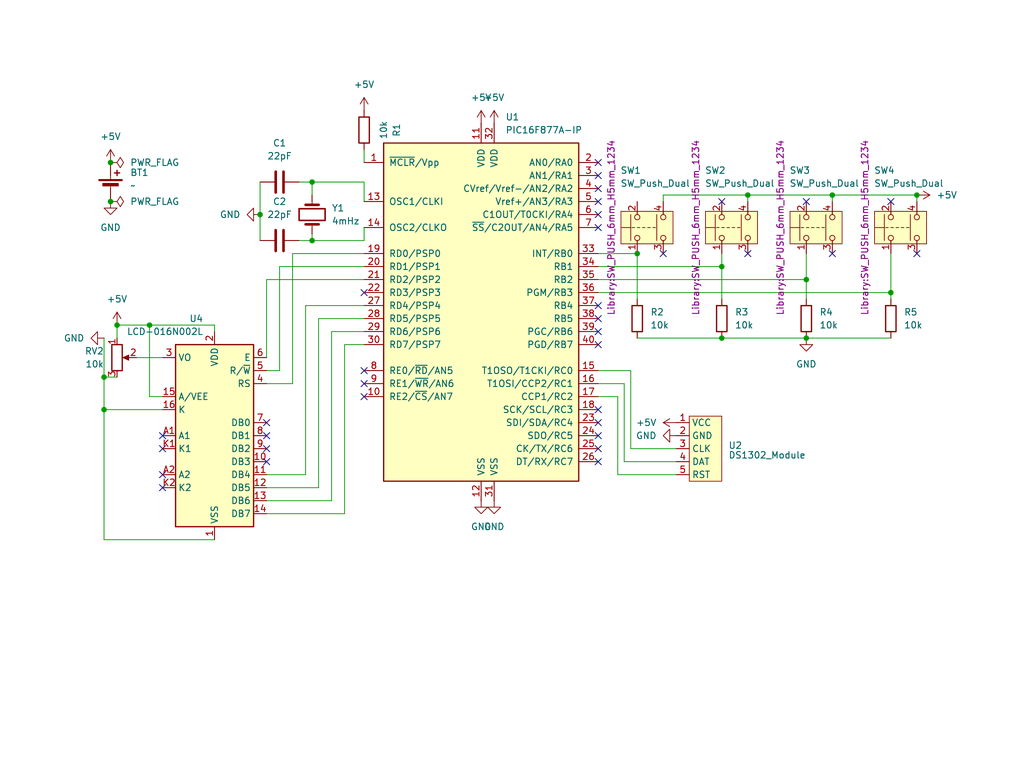
<source format=kicad_sch>
(kicad_sch (version 20250114) (generator "eeschema") (generator_version "9.0")
  (paper "User" 200 150)
  (lib_symbols
    (symbol "Device:Battery_Cell" (pin_numbers (hide yes)) (pin_names (offset 0) (hide yes))
      (property "Reference" "BT" (at 2.54 2.54 0))
      (property "Value" "Battery_Cell" (at 2.54 0 0))
      (symbol "Battery_Cell_0_1"
        (rectangle (start -2.286 1.778) (end 2.286 1.524) (fill (type outline)))
        (rectangle (start -1.524 1.016) (end 1.524 0.508) (fill (type outline)))
        (polyline (pts (xy 0 1.778) (xy 0 2.54)))
        (polyline (pts (xy 0 0.762) (xy 0 0)))
        (polyline (pts (xy 0.762 3.048) (xy 1.778 3.048)) (stroke (width 0.254)))
        (polyline (pts (xy 1.27 3.556) (xy 1.27 2.54)) (stroke (width 0.254)))
      )
      (symbol "Battery_Cell_1_1"
        (pin passive line (at 0 5.08 270) (length 2.54) (name "+") (number "1"))
        (pin passive line (at 0 -2.54 90) (length 2.54) (name "-") (number "2"))
      )
    )
    (symbol "Device:C" (pin_numbers (hide yes)) (pin_names (offset 0.254))
      (property "Reference" "C" (at 0.635 2.54 0))
      (property "Value" "C" (at 0.635 -2.54 0))
      (symbol "C_0_1"
        (polyline (pts (xy -2.032 0.762) (xy 2.032 0.762)) (stroke (width 0.508)))
        (polyline (pts (xy -2.032 -0.762) (xy 2.032 -0.762)) (stroke (width 0.508)))
      )
      (symbol "C_1_1"
        (pin passive line (at 0 3.81 270) (length 2.794) (name "~") (number "1"))
        (pin passive line (at 0 -3.81 90) (length 2.794) (name "~") (number "2"))
      )
    )
    (symbol "Device:Crystal" (pin_numbers (hide yes)) (pin_names (offset 1.016) (hide yes))
      (property "Reference" "Y" (at 0 3.81 0))
      (property "Value" "Crystal" (at 0 -3.81 0))
      (symbol "Crystal_0_1"
        (polyline (pts (xy -2.54 0) (xy -1.905 0)))
        (polyline (pts (xy -1.905 -1.27) (xy -1.905 1.27)) (stroke (width 0.508)))
        (rectangle (start -1.143 2.54) (end 1.143 -2.54) (stroke (width 0.3048)))
        (polyline (pts (xy 1.905 -1.27) (xy 1.905 1.27)) (stroke (width 0.508)))
        (polyline (pts (xy 2.54 0) (xy 1.905 0)))
      )
      (symbol "Crystal_1_1"
        (pin passive line (at -3.81 0 0) (length 1.27) (name "1") (number "1"))
        (pin passive line (at 3.81 0 180) (length 1.27) (name "2") (number "2"))
      )
    )
    (symbol "Device:R" (pin_numbers (hide yes)) (pin_names (offset 0))
      (property "Reference" "R" (at 2.032 0 90))
      (property "Value" "R" (at 0 0 90))
      (symbol "R_0_1"
        (rectangle (start -1.016 -2.54) (end 1.016 2.54) (stroke (width 0.254)))
      )
      (symbol "R_1_1"
        (pin passive line (at 0 3.81 270) (length 1.27) (name "~") (number "1"))
        (pin passive line (at 0 -3.81 90) (length 1.27) (name "~") (number "2"))
      )
    )
    (symbol "Device:R_Potentiometer" (pin_names (offset 1.016) (hide yes))
      (property "Reference" "RV" (at -4.445 0 90))
      (property "Value" "R_Potentiometer" (at -2.54 0 90))
      (symbol "R_Potentiometer_0_1"
        (rectangle (start 1.016 2.54) (end -1.016 -2.54) (stroke (width 0.254)))
        (polyline (pts (xy 1.143 0) (xy 2.286 0.508) (xy 2.286 -0.508) (xy 1.143 0)) (fill (type outline)))
        (polyline (pts (xy 2.54 0) (xy 1.524 0)))
      )
      (symbol "R_Potentiometer_1_1"
        (pin passive line (at 0 3.81 270) (length 1.27) (name "1") (number "1"))
        (pin passive line (at 0 -3.81 90) (length 1.27) (name "3") (number "3"))
        (pin passive line (at 3.81 0 180) (length 1.27) (name "2") (number "2"))
      )
    )
    (symbol "Display_Character:LCD-016N002L"
      (property "Reference" "U" (at -6.35 18.796 0))
      (property "Value" "LCD-016N002L" (at 8.636 18.796 0))
      (symbol "LCD-016N002L_1_1"
        (rectangle (start -7.62 17.78) (end 7.62 -17.78) (stroke (width 0.254)) (fill (type background)))
        (pin input line (at -10.16 15.24 0) (length 2.54) (name "E") (number "6"))
        (pin input line (at -10.16 12.7 0) (length 2.54) (name "R/~{W}") (number "5"))
        (pin input line (at -10.16 10.16 0) (length 2.54) (name "RS") (number "4"))
        (pin bidirectional line (at -10.16 2.54 0) (length 2.54) (name "DB0") (number "7"))
        (pin bidirectional line (at -10.16 0 0) (length 2.54) (name "DB1") (number "8"))
        (pin bidirectional line (at -10.16 -2.54 0) (length 2.54) (name "DB2") (number "9"))
        (pin bidirectional line (at -10.16 -5.08 0) (length 2.54) (name "DB3") (number "10"))
        (pin bidirectional line (at -10.16 -7.62 0) (length 2.54) (name "DB4") (number "11"))
        (pin bidirectional line (at -10.16 -10.16 0) (length 2.54) (name "DB5") (number "12"))
        (pin bidirectional line (at -10.16 -12.7 0) (length 2.54) (name "DB6") (number "13"))
        (pin bidirectional line (at -10.16 -15.24 0) (length 2.54) (name "DB7") (number "14"))
        (pin power_in line (at 0 20.32 270) (length 2.54) (name "VDD") (number "2"))
        (pin power_in line (at 0 -20.32 90) (length 2.54) (name "VSS") (number "1"))
        (pin input line (at 10.16 15.24 180) (length 2.54) (name "VO") (number "3"))
        (pin power_in line (at 10.16 7.62 180) (length 2.54) (name "A/VEE") (number "15"))
        (pin power_in line (at 10.16 5.08 180) (length 2.54) (name "K") (number "16"))
        (pin power_in line (at 10.16 0 180) (length 2.54) (name "A1") (number "A1"))
        (pin power_in line (at 10.16 -2.54 180) (length 2.54) (name "K1") (number "K1"))
        (pin power_in line (at 10.16 -7.62 180) (length 2.54) (name "A2") (number "A2"))
        (pin power_in line (at 10.16 -10.16 180) (length 2.54) (name "K2") (number "K2"))
      )
    )
    (symbol "MCU_Microchip_PIC16:PIC16F877A-IP" (pin_names (offset 1.016))
      (property "Reference" "U" (at 5.08 35.56 0))
      (property "Value" "PIC16F877A-IP" (at 5.08 33.02 0))
      (symbol "PIC16F877A-IP_0_1"
        (rectangle (start -19.05 31.75) (end 19.05 -34.29) (stroke (width 0.254)) (fill (type background)))
      )
      (symbol "PIC16F877A-IP_1_1"
        (pin input line (at -22.86 27.94 0) (length 3.81) (name "~{MCLR}/Vpp") (number "1"))
        (pin input line (at -22.86 20.32 0) (length 3.81) (name "OSC1/CLKI") (number "13"))
        (pin output line (at -22.86 15.24 0) (length 3.81) (name "OSC2/CLKO") (number "14"))
        (pin bidirectional line (at -22.86 10.16 0) (length 3.81) (name "RD0/PSP0") (number "19"))
        (pin bidirectional line (at -22.86 7.62 0) (length 3.81) (name "RD1/PSP1") (number "20"))
        (pin bidirectional line (at -22.86 5.08 0) (length 3.81) (name "RD2/PSP2") (number "21"))
        (pin bidirectional line (at -22.86 2.54 0) (length 3.81) (name "RD3/PSP3") (number "22"))
        (pin bidirectional line (at -22.86 0 0) (length 3.81) (name "RD4/PSP4") (number "27"))
        (pin bidirectional line (at -22.86 -2.54 0) (length 3.81) (name "RD5/PSP5") (number "28"))
        (pin bidirectional line (at -22.86 -5.08 0) (length 3.81) (name "RD6/PSP6") (number "29"))
        (pin bidirectional line (at -22.86 -7.62 0) (length 3.81) (name "RD7/PSP7") (number "30"))
        (pin bidirectional line (at -22.86 -12.7 0) (length 3.81) (name "RE0/~{RD}/AN5") (number "8"))
        (pin bidirectional line (at -22.86 -15.24 0) (length 3.81) (name "RE1/~{WR}/AN6") (number "9"))
        (pin bidirectional line (at -22.86 -17.78 0) (length 3.81) (name "RE2/~{CS}/AN7") (number "10"))
        (pin power_in line (at 0 35.56 270) (length 3.81) (name "VDD") (number "11"))
        (pin power_in line (at 0 -38.1 90) (length 3.81) (name "VSS") (number "12"))
        (pin power_in line (at 2.54 35.56 270) (length 3.81) (name "VDD") (number "32"))
        (pin power_in line (at 2.54 -38.1 90) (length 3.81) (name "VSS") (number "31"))
        (pin bidirectional line (at 22.86 27.94 180) (length 3.81) (name "AN0/RA0") (number "2"))
        (pin bidirectional line (at 22.86 25.4 180) (length 3.81) (name "AN1/RA1") (number "3"))
        (pin bidirectional line (at 22.86 22.86 180) (length 3.81) (name "CVref/Vref-/AN2/RA2") (number "4"))
        (pin bidirectional line (at 22.86 20.32 180) (length 3.81) (name "Vref+/AN3/RA3") (number "5"))
        (pin bidirectional line (at 22.86 17.78 180) (length 3.81) (name "C1OUT/T0CKI/RA4") (number "6"))
        (pin bidirectional line (at 22.86 15.24 180) (length 3.81) (name "~{SS}/C2OUT/AN4/RA5") (number "7"))
        (pin bidirectional line (at 22.86 10.16 180) (length 3.81) (name "INT/RB0") (number "33"))
        (pin bidirectional line (at 22.86 7.62 180) (length 3.81) (name "RB1") (number "34"))
        (pin bidirectional line (at 22.86 5.08 180) (length 3.81) (name "RB2") (number "35"))
        (pin bidirectional line (at 22.86 2.54 180) (length 3.81) (name "PGM/RB3") (number "36"))
        (pin bidirectional line (at 22.86 0 180) (length 3.81) (name "RB4") (number "37"))
        (pin bidirectional line (at 22.86 -2.54 180) (length 3.81) (name "RB5") (number "38"))
        (pin bidirectional line (at 22.86 -5.08 180) (length 3.81) (name "PGC/RB6") (number "39"))
        (pin bidirectional line (at 22.86 -7.62 180) (length 3.81) (name "PGD/RB7") (number "40"))
        (pin bidirectional line (at 22.86 -12.7 180) (length 3.81) (name "T1OSO/T1CKI/RC0") (number "15"))
        (pin bidirectional line (at 22.86 -15.24 180) (length 3.81) (name "T1OSI/CCP2/RC1") (number "16"))
        (pin bidirectional line (at 22.86 -17.78 180) (length 3.81) (name "CCP1/RC2") (number "17"))
        (pin bidirectional line (at 22.86 -20.32 180) (length 3.81) (name "SCK/SCL/RC3") (number "18"))
        (pin bidirectional line (at 22.86 -22.86 180) (length 3.81) (name "SDI/SDA/RC4") (number "23"))
        (pin bidirectional line (at 22.86 -25.4 180) (length 3.81) (name "SDO/RC5") (number "24"))
        (pin bidirectional line (at 22.86 -27.94 180) (length 3.81) (name "CK/TX/RC6") (number "25"))
        (pin bidirectional line (at 22.86 -30.48 180) (length 3.81) (name "DT/RX/RC7") (number "26"))
      )
    )
    (symbol "New_Library:DS1302_Module"
      (property "Reference" "U" (at 0 0 0))
      (symbol "DS1302_Module_1_1"
        (rectangle (start 2.54 6.35) (end 8.89 -6.35) (fill (type background)))
        (pin input line (at 0 5.08 0) (length 2.54) (name "VCC") (number "1"))
        (pin input line (at 0 2.54 0) (length 2.54) (name "GND") (number "2"))
        (pin input line (at 0 0 0) (length 2.54) (name "CLK") (number "3"))
        (pin input line (at 0 -2.54 0) (length 2.54) (name "DAT") (number "4"))
        (pin input line (at 0 -5.08 0) (length 2.54) (name "RST") (number "5"))
      )
    )
    (symbol "Switch:SW_Push_Dual" (pin_names (offset 1.016) (hide yes))
      (property "Reference" "SW" (at 0 7.62 0))
      (property "Value" "SW_Push_Dual" (at 0 -6.35 0))
      (symbol "SW_Push_Dual_0_1"
        (circle (center -2.032 2.54) (radius 0.508))
        (circle (center -2.032 -2.54) (radius 0.508))
        (polyline (pts (xy 0 3.81) (xy 0 5.588)))
        (polyline (pts (xy 0 3.048) (xy 0 3.556)))
        (polyline (pts (xy 0 2.032) (xy 0 2.54)))
        (polyline (pts (xy 0 1.016) (xy 0 1.524)))
        (polyline (pts (xy 0 0.508) (xy 0 0)))
        (polyline (pts (xy 0 -0.508) (xy 0 -1.016)))
        (circle (center 2.032 2.54) (radius 0.508))
        (circle (center 2.032 -2.54) (radius 0.508))
        (polyline (pts (xy 2.54 3.81) (xy -2.54 3.81)))
        (polyline (pts (xy 2.54 -1.27) (xy -2.54 -1.27)))
        (pin passive line (at -5.08 2.54 0) (length 2.54) (name "1") (number "1"))
        (pin passive line (at -5.08 -2.54 0) (length 2.54) (name "3") (number "3"))
        (pin passive line (at 5.08 2.54 180) (length 2.54) (name "2") (number "2"))
        (pin passive line (at 5.08 -2.54 180) (length 2.54) (name "4") (number "4"))
      )
      (symbol "SW_Push_Dual_1_1"
        (rectangle (start -3.175 5.715) (end 3.175 -4.445) (fill (type background)))
      )
    )
    (symbol "power:+5V" (power) (pin_numbers (hide yes)) (pin_names (offset 0) (hide yes))
      (property "Value" "+5V" (at 0 3.556 0))
      (symbol "+5V_0_1"
        (polyline (pts (xy -0.762 1.27) (xy 0 2.54)))
        (polyline (pts (xy 0 2.54) (xy 0.762 1.27)))
        (polyline (pts (xy 0 0) (xy 0 2.54)))
      )
      (symbol "+5V_1_1"
        (pin power_in line (at 0 0 90) (length 0) (name "~") (number "1"))
      )
    )
    (symbol "power:GND" (power) (pin_numbers (hide yes)) (pin_names (offset 0) (hide yes))
      (property "Value" "GND" (at 0 -3.81 0))
      (symbol "GND_0_1"
        (polyline (pts (xy 0 0) (xy 0 -1.27) (xy 1.27 -1.27) (xy 0 -2.54) (xy -1.27 -1.27) (xy 0 -1.27)))
      )
      (symbol "GND_1_1"
        (pin power_in line (at 0 0 270) (length 0) (name "~") (number "1"))
      )
    )
    (symbol "power:PWR_FLAG" (power) (pin_numbers (hide yes)) (pin_names (offset 0) (hide yes))
      (property "Value" "PWR_FLAG" (at 0 3.81 0))
      (symbol "PWR_FLAG_0_0"
        (pin power_out line (at 0 0 90) (length 0) (name "~") (number "1"))
      )
      (symbol "PWR_FLAG_0_1"
        (polyline (pts (xy 0 0) (xy 0 1.27) (xy -1.016 1.905) (xy 0 2.54) (xy 1.016 1.905) (xy 0 1.27)))
      )
    )
  )
  (junction (at 22.86 63.5))
  (junction (at 140.97 52.07))
  (junction (at 162.56 38.1))
  (junction (at 124.46 49.53))
  (junction (at 60.96 35.56))
  (junction (at 179.07 38.1))
  (junction (at 21.59 39.37))
  (junction (at 20.32 73.66))
  (junction (at 146.05 38.1))
  (junction (at 173.99 57.15))
  (junction (at 157.48 54.61))
  (junction (at 140.97 66.04))
  (junction (at 21.59 31.75))
  (junction (at 60.96 46.99))
  (junction (at 157.48 66.04))
  (junction (at 29.21 63.5))
  (junction (at 50.8 41.91))
  (junction (at 20.32 80.01))
  (no_connect (at 116.84 34.29))
  (no_connect (at 71.12 72.39))
  (no_connect (at 116.84 80.01))
  (no_connect (at 116.84 39.37))
  (no_connect (at 140.97 39.37))
  (no_connect (at 52.07 82.55))
  (no_connect (at 31.75 85.09))
  (no_connect (at 31.75 95.25))
  (no_connect (at 173.99 39.37))
  (no_connect (at 116.84 62.23))
  (no_connect (at 116.84 64.77))
  (no_connect (at 157.48 39.37))
  (no_connect (at 116.84 67.31))
  (no_connect (at 116.84 90.17))
  (no_connect (at 52.07 85.09))
  (no_connect (at 146.05 49.53))
  (no_connect (at 71.12 57.15))
  (no_connect (at 116.84 44.45))
  (no_connect (at 31.75 87.63))
  (no_connect (at 31.75 92.71))
  (no_connect (at 116.84 87.63))
  (no_connect (at 116.84 82.55))
  (no_connect (at 116.84 41.91))
  (no_connect (at 116.84 36.83))
  (no_connect (at 162.56 49.53))
  (no_connect (at 116.84 85.09))
  (no_connect (at 179.07 49.53))
  (no_connect (at 52.07 90.17))
  (no_connect (at 116.84 31.75))
  (no_connect (at 52.07 87.63))
  (no_connect (at 116.84 59.69))
  (no_connect (at 71.12 74.93))
  (no_connect (at 71.12 77.47))
  (no_connect (at 129.54 49.53))
  (wire (pts (xy 116.84 54.61) (xy 157.48 54.61)))
  (wire (pts (xy 140.97 49.53) (xy 140.97 52.07)))
  (wire (pts (xy 52.07 100.33) (xy 67.31 100.33)))
  (wire (pts (xy 54.61 52.07) (xy 54.61 72.39)))
  (wire (pts (xy 59.69 59.69) (xy 59.69 92.71)))
  (wire (pts (xy 120.65 92.71) (xy 120.65 77.47)))
  (wire (pts (xy 157.48 54.61) (xy 157.48 58.42)))
  (wire (pts (xy 54.61 72.39) (xy 52.07 72.39)))
  (wire (pts (xy 173.99 57.15) (xy 173.99 58.42)))
  (wire (pts (xy 124.46 49.53) (xy 124.46 58.42)))
  (wire (pts (xy 121.92 74.93) (xy 116.84 74.93)))
  (wire (pts (xy 132.08 90.17) (xy 121.92 90.17)))
  (wire (pts (xy 20.32 66.04) (xy 20.32 73.66)))
  (wire (pts (xy 71.12 46.99) (xy 71.12 44.45)))
  (wire (pts (xy 58.42 35.56) (xy 60.96 35.56)))
  (wire (pts (xy 132.08 92.71) (xy 120.65 92.71)))
  (wire (pts (xy 116.84 52.07) (xy 140.97 52.07)))
  (wire (pts (xy 62.23 62.23) (xy 62.23 95.25)))
  (wire (pts (xy 57.15 49.53) (xy 71.12 49.53)))
  (wire (pts (xy 116.84 49.53) (xy 124.46 49.53)))
  (wire (pts (xy 60.96 46.99) (xy 71.12 46.99)))
  (wire (pts (xy 29.21 63.5) (xy 29.21 77.47)))
  (wire (pts (xy 20.32 73.66) (xy 20.32 80.01)))
  (wire (pts (xy 129.54 38.1) (xy 129.54 39.37)))
  (wire (pts (xy 29.21 77.47) (xy 31.75 77.47)))
  (wire (pts (xy 162.56 38.1) (xy 162.56 39.37)))
  (wire (pts (xy 50.8 35.56) (xy 50.8 41.91)))
  (wire (pts (xy 132.08 87.63) (xy 123.19 87.63)))
  (wire (pts (xy 52.07 74.93) (xy 57.15 74.93)))
  (wire (pts (xy 146.05 38.1) (xy 162.56 38.1)))
  (wire (pts (xy 60.96 35.56) (xy 60.96 38.1)))
  (wire (pts (xy 62.23 62.23) (xy 71.12 62.23)))
  (wire (pts (xy 157.48 49.53) (xy 157.48 54.61)))
  (wire (pts (xy 59.69 59.69) (xy 71.12 59.69)))
  (wire (pts (xy 41.91 105.41) (xy 20.32 105.41)))
  (wire (pts (xy 129.54 38.1) (xy 146.05 38.1)))
  (wire (pts (xy 26.67 69.85) (xy 31.75 69.85)))
  (wire (pts (xy 50.8 41.91) (xy 50.8 46.99)))
  (wire (pts (xy 57.15 49.53) (xy 57.15 74.93)))
  (wire (pts (xy 54.61 52.07) (xy 71.12 52.07)))
  (wire (pts (xy 120.65 77.47) (xy 116.84 77.47)))
  (wire (pts (xy 22.86 63.5) (xy 22.86 66.04)))
  (wire (pts (xy 71.12 35.56) (xy 71.12 39.37)))
  (wire (pts (xy 20.32 80.01) (xy 31.75 80.01)))
  (wire (pts (xy 123.19 72.39) (xy 116.84 72.39)))
  (wire (pts (xy 22.86 63.5) (xy 29.21 63.5)))
  (wire (pts (xy 52.07 54.61) (xy 52.07 69.85)))
  (wire (pts (xy 140.97 66.04) (xy 157.48 66.04)))
  (wire (pts (xy 29.21 63.5) (xy 41.91 63.5)))
  (wire (pts (xy 71.12 35.56) (xy 60.96 35.56)))
  (wire (pts (xy 52.07 54.61) (xy 71.12 54.61)))
  (wire (pts (xy 52.07 97.79) (xy 64.77 97.79)))
  (wire (pts (xy 71.12 29.21) (xy 71.12 31.75)))
  (wire (pts (xy 60.96 45.72) (xy 60.96 46.99)))
  (wire (pts (xy 123.19 87.63) (xy 123.19 72.39)))
  (wire (pts (xy 67.31 67.31) (xy 71.12 67.31)))
  (wire (pts (xy 124.46 66.04) (xy 140.97 66.04)))
  (wire (pts (xy 173.99 49.53) (xy 173.99 57.15)))
  (wire (pts (xy 58.42 46.99) (xy 60.96 46.99)))
  (wire (pts (xy 179.07 38.1) (xy 179.07 39.37)))
  (wire (pts (xy 41.91 63.5) (xy 41.91 64.77)))
  (wire (pts (xy 157.48 66.04) (xy 173.99 66.04)))
  (wire (pts (xy 146.05 38.1) (xy 146.05 39.37)))
  (wire (pts (xy 64.77 64.77) (xy 71.12 64.77)))
  (wire (pts (xy 64.77 64.77) (xy 64.77 97.79)))
  (wire (pts (xy 20.32 73.66) (xy 22.86 73.66)))
  (wire (pts (xy 52.07 92.71) (xy 59.69 92.71)))
  (wire (pts (xy 116.84 57.15) (xy 173.99 57.15)))
  (wire (pts (xy 67.31 67.31) (xy 67.31 100.33)))
  (wire (pts (xy 121.92 90.17) (xy 121.92 74.93)))
  (wire (pts (xy 20.32 80.01) (xy 20.32 105.41)))
  (wire (pts (xy 52.07 95.25) (xy 62.23 95.25)))
  (wire (pts (xy 140.97 52.07) (xy 140.97 58.42)))
  (wire (pts (xy 162.56 38.1) (xy 179.07 38.1)))
  (symbol (lib_id "Device:C") (at 54.61 35.56 90) (unit 1)
    (property "Reference" "C1" (at 54.61 27.94 90))
    (property "Value" "22pF" (at 54.61 30.48 90))
    (property "Footprint" "Capacitor_THT:C_Disc_D3.0mm_W1.6mm_P2.50mm" (effects (hide yes)))
    (property "Description" "Unpolarized capacitor" (effects (hide yes)))
  )
  (symbol (lib_id "Device:R_Potentiometer") (at 22.86 69.85 0) (unit 1)
    (property "Reference" "RV2" (at 20.32 68.5799 0) (effects (justify right)))
    (property "Value" "10k" (at 20.32 71.1199 0) (effects (justify right)))
    (property "Footprint" "Potentiometer_THT:Potentiometer_Bourns_3386F_Vertical" (effects (hide yes)))
    (property "Description" "Potentiometer" (effects (hide yes)))
  )
  (symbol (lib_id "power:+5V") (at 71.12 21.59 0) (unit 1)
    (property "Reference" "#PWR02" (effects (hide yes)))
    (property "Value" "+5V" (at 71.12 16.51 0))
    (property "Description" "Power symbol creates a global label with name \"+5V\"" (effects (hide yes)))
  )
  (symbol (lib_id "power:+5V") (at 179.07 38.1 270) (unit 1)
    (property "Reference" "#PWR03" (effects (hide yes)))
    (property "Value" "+5V" (at 182.88 38.0999 90) (effects (justify left)))
    (property "Description" "Power symbol creates a global label with name \"+5V\"" (effects (hide yes)))
  )
  (symbol (lib_id "Device:R") (at 140.97 62.23 0) (unit 1)
    (property "Reference" "R3" (at 143.51 60.9599 0) (effects (justify left)))
    (property "Value" "10k" (at 143.51 63.4999 0) (effects (justify left)))
    (property "Footprint" "Resistor_THT:R_Axial_DIN0207_L6.3mm_D2.5mm_P10.16mm_Horizontal" (effects (hide yes)))
    (property "Description" "Resistor" (effects (hide yes)))
  )
  (symbol (lib_id "MCU_Microchip_PIC16:PIC16F877A-IP") (at 93.98 59.69 0) (unit 1)
    (property "Reference" "U1" (at 98.7141 22.86 0) (effects (justify left)))
    (property "Value" "PIC16F877A-IP" (at 98.7141 25.4 0) (effects (justify left)))
    (property "Footprint" "Package_DIP:DIP-40_W15.24mm" (effects (hide yes)))
    (property "Datasheet" "http://ww1.microchip.com/downloads/en/DeviceDoc/39582b.pdf" (effects (hide yes)))
    (property "Description" "8W Flash, 386B SRAM, 256B EEPROM, DIP40" (effects (hide yes)))
  )
  (symbol (lib_id "Device:C") (at 54.61 46.99 90) (unit 1)
    (property "Reference" "C2" (at 54.61 39.37 90))
    (property "Value" "22pF" (at 54.61 41.91 90))
    (property "Footprint" "Capacitor_THT:C_Disc_D3.0mm_W1.6mm_P2.50mm" (effects (hide yes)))
    (property "Description" "Unpolarized capacitor" (effects (hide yes)))
  )
  (symbol (lib_id "Device:R") (at 173.99 62.23 0) (unit 1)
    (property "Reference" "R5" (at 176.53 60.9599 0) (effects (justify left)))
    (property "Value" "10k" (at 176.53 63.4999 0) (effects (justify left)))
    (property "Footprint" "Resistor_THT:R_Axial_DIN0207_L6.3mm_D2.5mm_P10.16mm_Horizontal" (effects (hide yes)))
    (property "Description" "Resistor" (effects (hide yes)))
  )
  (symbol (lib_id "New_Library:DS1302_Module") (at 132.08 87.63 0) (unit 1)
    (property "Reference" "U2" (at 142.24 86.9949 0) (effects (justify left)))
    (property "Value" "DS1302_Module" (at 142.24 88.9 0) (effects (justify left)))
    (property "Footprint" "Library:ds1302" (effects (hide yes)))
  )
  (symbol (lib_id "power:GND") (at 21.59 39.37 0) (unit 1)
    (property "Reference" "#PWR012" (effects (hide yes)))
    (property "Value" "GND" (at 21.59 44.45 0))
    (property "Description" "Power symbol creates a global label with name \"GND\" , ground" (effects (hide yes)))
  )
  (symbol (lib_id "power:+5V") (at 132.08 82.55 90) (unit 1)
    (property "Reference" "#PWR07" (effects (hide yes)))
    (property "Value" "+5V" (at 128.27 82.5499 90) (effects (justify left)))
    (property "Description" "Power symbol creates a global label with name \"+5V\"" (effects (hide yes)))
  )
  (symbol (lib_id "Device:R") (at 124.46 62.23 0) (unit 1)
    (property "Reference" "R2" (at 127 60.9599 0) (effects (justify left)))
    (property "Value" "10k" (at 127 63.4999 0) (effects (justify left)))
    (property "Footprint" "Resistor_THT:R_Axial_DIN0207_L6.3mm_D2.5mm_P10.16mm_Horizontal" (effects (hide yes)))
    (property "Description" "Resistor" (effects (hide yes)))
  )
  (symbol (lib_id "power:+5V") (at 96.52 24.13 0) (unit 1)
    (property "Reference" "#PWR014" (effects (hide yes)))
    (property "Value" "+5V" (at 96.52 19.05 0))
    (property "Description" "Power symbol creates a global label with name \"+5V\"" (effects (hide yes)))
  )
  (symbol (lib_id "Switch:SW_Push_Dual") (at 143.51 44.45 90) (unit 1)
    (property "Reference" "SW2" (at 137.668 33.274 90) (effects (justify right)))
    (property "Value" "SW_Push_Dual" (at 137.668 35.814 90) (effects (justify right)))
    (property "Footprint" "Library:SW_PUSH_6mm_H5mm_1234" (at 135.89 44.45 0))
    (property "Description" "Push button switch, generic, symbol, four pins" (effects (hide yes)))
  )
  (symbol (lib_id "power:GND") (at 20.32 66.04 270) (unit 1)
    (property "Reference" "#PWR01" (effects (hide yes)))
    (property "Value" "GND" (at 16.51 66.0399 90) (effects (justify right)))
    (property "Description" "Power symbol creates a global label with name \"GND\" , ground" (effects (hide yes)))
  )
  (symbol (lib_id "power:PWR_FLAG") (at 21.59 39.37 270) (unit 1)
    (property "Reference" "#FLG02" (effects (hide yes)))
    (property "Value" "PWR_FLAG" (at 25.4 39.3699 90) (effects (justify left)))
    (property "Description" "Special symbol for telling ERC where power comes from" (effects (hide yes)))
  )
  (symbol (lib_id "Switch:SW_Push_Dual") (at 160.02 44.45 90) (unit 1)
    (property "Reference" "SW3" (at 154.178 33.274 90) (effects (justify right)))
    (property "Value" "SW_Push_Dual" (at 154.178 35.814 90) (effects (justify right)))
    (property "Footprint" "Library:SW_PUSH_6mm_H5mm_1234" (at 152.4 44.45 0))
    (property "Description" "Push button switch, generic, symbol, four pins" (effects (hide yes)))
  )
  (symbol (lib_id "power:+5V") (at 21.59 31.75 0) (unit 1)
    (property "Reference" "#PWR08" (effects (hide yes)))
    (property "Value" "+5V" (at 21.59 26.67 0))
    (property "Description" "Power symbol creates a global label with name \"+5V\"" (effects (hide yes)))
  )
  (symbol (lib_id "Display_Character:LCD-016N002L") (at 41.91 85.09 0) (mirror y) (unit 1)
    (property "Reference" "U4" (at 39.7159 62.23 0) (effects (justify left)))
    (property "Value" "LCD-016N002L" (at 39.7159 64.77 0) (effects (justify left)))
    (property "Footprint" "Display:LCD-016N002L" (effects (hide yes)))
    (property "Datasheet" "http://www.vishay.com/docs/37299/37299.pdf" (effects (hide yes)))
    (property "Description" "LCD 12x2, 8 bit parallel bus, 3V or 5V VDD" (effects (hide yes)))
  )
  (symbol (lib_id "Device:R") (at 71.12 25.4 0) (unit 1)
    (property "Reference" "R1" (at 77.47 25.4 90))
    (property "Value" "10k" (at 74.93 25.4 90))
    (property "Footprint" "Resistor_THT:R_Axial_DIN0207_L6.3mm_D2.5mm_P10.16mm_Horizontal" (effects (hide yes)))
    (property "Description" "Resistor" (effects (hide yes)))
  )
  (symbol (lib_id "Switch:SW_Push_Dual") (at 176.53 44.45 90) (unit 1)
    (property "Reference" "SW4" (at 170.688 33.274 90) (effects (justify right)))
    (property "Value" "SW_Push_Dual" (at 170.688 35.814 90) (effects (justify right)))
    (property "Footprint" "Library:SW_PUSH_6mm_H5mm_1234" (at 168.91 44.45 0))
    (property "Description" "Push button switch, generic, symbol, four pins" (effects (hide yes)))
  )
  (symbol (lib_id "power:GND") (at 50.8 41.91 270) (unit 1)
    (property "Reference" "#PWR06" (effects (hide yes)))
    (property "Value" "GND" (at 46.99 41.9099 90) (effects (justify right)))
    (property "Description" "Power symbol creates a global label with name \"GND\" , ground" (effects (hide yes)))
  )
  (symbol (lib_id "Device:Battery_Cell") (at 21.59 36.83 0) (unit 1)
    (property "Reference" "BT1" (at 25.4 33.7184 0) (effects (justify left)))
    (property "Value" "~" (at 25.4 36.2584 0) (effects (justify left)))
    (property "Footprint" "TerminalBlock_4Ucon:TerminalBlock_4Ucon_1x02_P3.50mm_Horizontal" (effects (hide yes)))
    (property "Description" "Single-cell battery" (effects (hide yes)))
  )
  (symbol (lib_id "power:PWR_FLAG") (at 21.59 31.75 270) (unit 1)
    (property "Reference" "#FLG01" (effects (hide yes)))
    (property "Value" "PWR_FLAG" (at 25.4 31.7499 90) (effects (justify left)))
    (property "Description" "Special symbol for telling ERC where power comes from" (effects (hide yes)))
  )
  (symbol (lib_id "power:+5V") (at 93.98 24.13 0) (unit 1)
    (property "Reference" "#PWR09" (effects (hide yes)))
    (property "Value" "+5V" (at 93.98 19.05 0))
    (property "Description" "Power symbol creates a global label with name \"+5V\"" (effects (hide yes)))
  )
  (symbol (lib_id "Device:Crystal") (at 60.96 41.91 90) (unit 1)
    (property "Reference" "Y1" (at 64.77 40.6399 90) (effects (justify right)))
    (property "Value" "4mHz" (at 64.77 43.1799 90) (effects (justify right)))
    (property "Footprint" "Crystal:Crystal_HC49-U_Vertical" (effects (hide yes)))
    (property "Description" "Two pin crystal" (effects (hide yes)))
  )
  (symbol (lib_id "Device:R") (at 157.48 62.23 0) (unit 1)
    (property "Reference" "R4" (at 160.02 60.9599 0) (effects (justify left)))
    (property "Value" "10k" (at 160.02 63.4999 0) (effects (justify left)))
    (property "Footprint" "Resistor_THT:R_Axial_DIN0207_L6.3mm_D2.5mm_P10.16mm_Horizontal" (effects (hide yes)))
    (property "Description" "Resistor" (effects (hide yes)))
  )
  (symbol (lib_id "power:+5V") (at 22.86 63.5 0) (unit 1)
    (property "Reference" "#PWR05" (effects (hide yes)))
    (property "Value" "+5V" (at 22.86 58.42 0))
    (property "Description" "Power symbol creates a global label with name \"+5V\"" (effects (hide yes)))
  )
  (symbol (lib_id "power:GND") (at 96.52 97.79 0) (unit 1)
    (property "Reference" "#PWR013" (effects (hide yes)))
    (property "Value" "GND" (at 96.52 102.87 0))
    (property "Description" "Power symbol creates a global label with name \"GND\" , ground" (effects (hide yes)))
  )
  (symbol (lib_id "power:GND") (at 132.08 85.09 270) (unit 1)
    (property "Reference" "#PWR011" (effects (hide yes)))
    (property "Value" "GND" (at 128.27 85.0899 90) (effects (justify right)))
    (property "Description" "Power symbol creates a global label with name \"GND\" , ground" (effects (hide yes)))
  )
  (symbol (lib_id "power:GND") (at 157.48 66.04 0) (unit 1)
    (property "Reference" "#PWR04" (effects (hide yes)))
    (property "Value" "GND" (at 157.48 71.12 0))
    (property "Description" "Power symbol creates a global label with name \"GND\" , ground" (effects (hide yes)))
  )
  (symbol (lib_id "power:GND") (at 93.98 97.79 0) (unit 1)
    (property "Reference" "#PWR010" (effects (hide yes)))
    (property "Value" "GND" (at 93.98 102.87 0))
    (property "Description" "Power symbol creates a global label with name \"GND\" , ground" (effects (hide yes)))
  )
  (symbol (lib_id "Switch:SW_Push_Dual") (at 127 44.45 90) (unit 1)
    (property "Reference" "SW1" (at 121.158 33.274 90) (effects (justify right)))
    (property "Value" "SW_Push_Dual" (at 121.158 35.814 90) (effects (justify right)))
    (property "Footprint" "Library:SW_PUSH_6mm_H5mm_1234" (at 119.38 44.45 0))
    (property "Description" "Push button switch, generic, symbol, four pins" (effects (hide yes)))
  )
)
</source>
